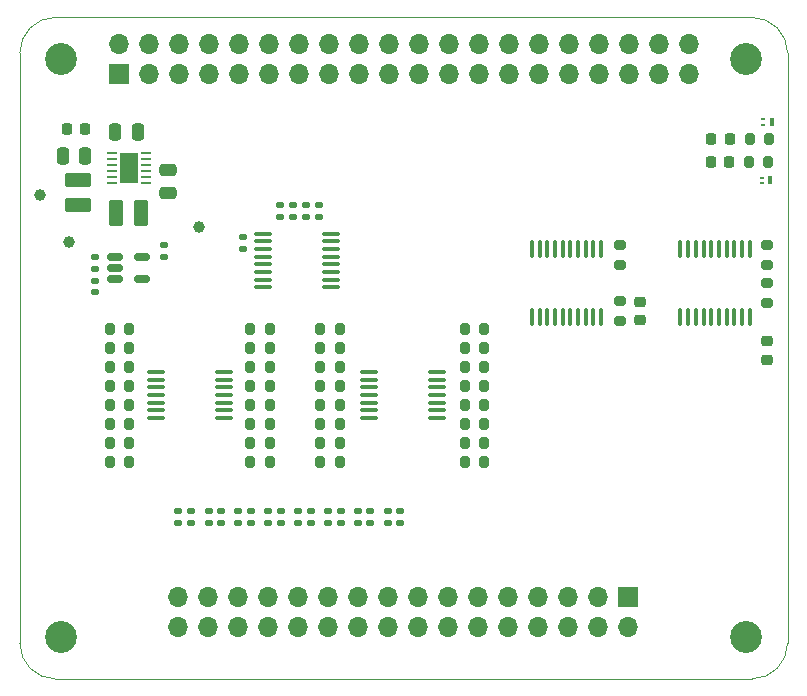
<source format=gts>
G04 #@! TF.GenerationSoftware,KiCad,Pcbnew,8.0.6-8.0.6-0~ubuntu22.04.1*
G04 #@! TF.CreationDate,2024-12-26T22:40:21+01:00*
G04 #@! TF.ProjectId,ohsim_hat,6f687369-6d5f-4686-9174-2e6b69636164,rev?*
G04 #@! TF.SameCoordinates,Original*
G04 #@! TF.FileFunction,Soldermask,Top*
G04 #@! TF.FilePolarity,Negative*
%FSLAX46Y46*%
G04 Gerber Fmt 4.6, Leading zero omitted, Abs format (unit mm)*
G04 Created by KiCad (PCBNEW 8.0.6-8.0.6-0~ubuntu22.04.1) date 2024-12-26 22:40:21*
%MOMM*%
%LPD*%
G01*
G04 APERTURE LIST*
G04 Aperture macros list*
%AMRoundRect*
0 Rectangle with rounded corners*
0 $1 Rounding radius*
0 $2 $3 $4 $5 $6 $7 $8 $9 X,Y pos of 4 corners*
0 Add a 4 corners polygon primitive as box body*
4,1,4,$2,$3,$4,$5,$6,$7,$8,$9,$2,$3,0*
0 Add four circle primitives for the rounded corners*
1,1,$1+$1,$2,$3*
1,1,$1+$1,$4,$5*
1,1,$1+$1,$6,$7*
1,1,$1+$1,$8,$9*
0 Add four rect primitives between the rounded corners*
20,1,$1+$1,$2,$3,$4,$5,0*
20,1,$1+$1,$4,$5,$6,$7,0*
20,1,$1+$1,$6,$7,$8,$9,0*
20,1,$1+$1,$8,$9,$2,$3,0*%
G04 Aperture macros list end*
%ADD10C,2.700000*%
%ADD11RoundRect,0.200000X0.200000X0.275000X-0.200000X0.275000X-0.200000X-0.275000X0.200000X-0.275000X0*%
%ADD12RoundRect,0.135000X-0.185000X0.135000X-0.185000X-0.135000X0.185000X-0.135000X0.185000X0.135000X0*%
%ADD13RoundRect,0.200000X-0.200000X-0.275000X0.200000X-0.275000X0.200000X0.275000X-0.200000X0.275000X0*%
%ADD14C,1.000000*%
%ADD15RoundRect,0.140000X0.170000X-0.140000X0.170000X0.140000X-0.170000X0.140000X-0.170000X-0.140000X0*%
%ADD16RoundRect,0.250000X-0.475000X0.250000X-0.475000X-0.250000X0.475000X-0.250000X0.475000X0.250000X0*%
%ADD17RoundRect,0.100000X-0.637500X-0.100000X0.637500X-0.100000X0.637500X0.100000X-0.637500X0.100000X0*%
%ADD18R,0.400000X0.250000*%
%ADD19R,0.400000X0.700000*%
%ADD20RoundRect,0.100000X-0.100000X0.637500X-0.100000X-0.637500X0.100000X-0.637500X0.100000X0.637500X0*%
%ADD21RoundRect,0.150000X-0.512500X-0.150000X0.512500X-0.150000X0.512500X0.150000X-0.512500X0.150000X0*%
%ADD22RoundRect,0.200000X0.275000X-0.200000X0.275000X0.200000X-0.275000X0.200000X-0.275000X-0.200000X0*%
%ADD23RoundRect,0.250000X-0.250000X-0.475000X0.250000X-0.475000X0.250000X0.475000X-0.250000X0.475000X0*%
%ADD24RoundRect,0.135000X0.185000X-0.135000X0.185000X0.135000X-0.185000X0.135000X-0.185000X-0.135000X0*%
%ADD25RoundRect,0.250000X-0.850000X0.375000X-0.850000X-0.375000X0.850000X-0.375000X0.850000X0.375000X0*%
%ADD26RoundRect,0.200000X-0.275000X0.200000X-0.275000X-0.200000X0.275000X-0.200000X0.275000X0.200000X0*%
%ADD27RoundRect,0.218750X0.218750X0.256250X-0.218750X0.256250X-0.218750X-0.256250X0.218750X-0.256250X0*%
%ADD28RoundRect,0.062500X0.375000X0.062500X-0.375000X0.062500X-0.375000X-0.062500X0.375000X-0.062500X0*%
%ADD29R,1.500000X2.500000*%
%ADD30RoundRect,0.225000X0.250000X-0.225000X0.250000X0.225000X-0.250000X0.225000X-0.250000X-0.225000X0*%
%ADD31RoundRect,0.250000X0.250000X0.475000X-0.250000X0.475000X-0.250000X-0.475000X0.250000X-0.475000X0*%
%ADD32R,1.700000X1.700000*%
%ADD33O,1.700000X1.700000*%
%ADD34RoundRect,0.140000X-0.170000X0.140000X-0.170000X-0.140000X0.170000X-0.140000X0.170000X0.140000X0*%
%ADD35RoundRect,0.225000X-0.250000X0.225000X-0.250000X-0.225000X0.250000X-0.225000X0.250000X0.225000X0*%
%ADD36RoundRect,0.225000X0.225000X0.250000X-0.225000X0.250000X-0.225000X-0.250000X0.225000X-0.250000X0*%
%ADD37RoundRect,0.250000X-0.375000X-0.850000X0.375000X-0.850000X0.375000X0.850000X-0.375000X0.850000X0*%
G04 #@! TA.AperFunction,Profile*
%ADD38C,0.100000*%
G04 #@! TD*
G04 APERTURE END LIST*
D10*
X161500000Y-47500000D03*
D11*
X127088600Y-71994685D03*
X125438600Y-71994685D03*
D12*
X124638000Y-85774000D03*
X124638000Y-86794000D03*
D13*
X119495000Y-75216855D03*
X121145000Y-75216855D03*
D14*
X115138400Y-61747600D03*
D15*
X118897600Y-63584685D03*
X118897600Y-62624685D03*
X106400800Y-67256800D03*
X106400800Y-66296800D03*
D16*
X112547600Y-56936800D03*
X112547600Y-58836800D03*
D13*
X107602200Y-73605770D03*
X109252200Y-73605770D03*
X125438600Y-73605770D03*
X127088600Y-73605770D03*
D11*
X139331400Y-73605770D03*
X137681400Y-73605770D03*
X109252200Y-71994685D03*
X107602200Y-71994685D03*
X127088600Y-78439025D03*
X125438600Y-78439025D03*
D17*
X111564700Y-74021600D03*
X111564700Y-74671600D03*
X111564700Y-75321600D03*
X111564700Y-75971600D03*
X111564700Y-76621600D03*
X111564700Y-77271600D03*
X111564700Y-77921600D03*
X117289700Y-77921600D03*
X117289700Y-77271600D03*
X117289700Y-76621600D03*
X117289700Y-75971600D03*
X117289700Y-75321600D03*
X117289700Y-74671600D03*
X117289700Y-74021600D03*
D11*
X121145000Y-70383600D03*
X119495000Y-70383600D03*
D15*
X121031200Y-86764000D03*
X121031200Y-85804000D03*
D13*
X137681400Y-71994685D03*
X139331400Y-71994685D03*
D15*
X115976800Y-86764000D03*
X115976800Y-85804000D03*
D18*
X162845200Y-57560200D03*
X162845200Y-58010200D03*
D19*
X163545200Y-57785200D03*
D13*
X125438600Y-76827940D03*
X127088600Y-76827940D03*
D11*
X139331400Y-76827940D03*
X137681400Y-76827940D03*
D13*
X137681400Y-81661200D03*
X139331400Y-81661200D03*
D12*
X127178000Y-85774000D03*
X127178000Y-86794000D03*
D15*
X114528800Y-86764000D03*
X114528800Y-85804000D03*
D13*
X137681400Y-75216855D03*
X139331400Y-75216855D03*
D20*
X161787400Y-63631600D03*
X161137400Y-63631600D03*
X160487400Y-63631600D03*
X159837400Y-63631600D03*
X159187400Y-63631600D03*
X158537400Y-63631600D03*
X157887400Y-63631600D03*
X157237400Y-63631600D03*
X156587400Y-63631600D03*
X155937400Y-63631600D03*
X155937400Y-69356600D03*
X156587400Y-69356600D03*
X157237400Y-69356600D03*
X157887400Y-69356600D03*
X158537400Y-69356600D03*
X159187400Y-69356600D03*
X159837400Y-69356600D03*
X160487400Y-69356600D03*
X161137400Y-69356600D03*
X161787400Y-69356600D03*
D12*
X132207200Y-85774000D03*
X132207200Y-86794000D03*
D11*
X109271800Y-78439025D03*
X107621800Y-78439025D03*
D15*
X126111200Y-86764000D03*
X126111200Y-85804000D03*
D20*
X149203800Y-63631600D03*
X148553800Y-63631600D03*
X147903800Y-63631600D03*
X147253800Y-63631600D03*
X146603800Y-63631600D03*
X145953800Y-63631600D03*
X145303800Y-63631600D03*
X144653800Y-63631600D03*
X144003800Y-63631600D03*
X143353800Y-63631600D03*
X143353800Y-69356600D03*
X144003800Y-69356600D03*
X144653800Y-69356600D03*
X145303800Y-69356600D03*
X145953800Y-69356600D03*
X146603800Y-69356600D03*
X147253800Y-69356600D03*
X147903800Y-69356600D03*
X148553800Y-69356600D03*
X149203800Y-69356600D03*
D15*
X123571200Y-86764000D03*
X123571200Y-85804000D03*
D12*
X117043600Y-85774000D03*
X117043600Y-86794000D03*
D14*
X101727200Y-59055200D03*
D21*
X108057300Y-64288700D03*
X108057300Y-65238700D03*
X108057300Y-66188700D03*
X110332300Y-66188700D03*
X110332300Y-64288700D03*
D13*
X125438600Y-70383600D03*
X127088600Y-70383600D03*
D18*
X162946800Y-52632600D03*
X162946800Y-53082600D03*
D19*
X163646800Y-52857600D03*
D11*
X109271800Y-81661200D03*
X107621800Y-81661200D03*
D12*
X129667200Y-85774000D03*
X129667200Y-86794000D03*
D22*
X163296800Y-64960200D03*
X163296800Y-63310200D03*
D11*
X139331400Y-70383600D03*
X137681400Y-70383600D03*
D23*
X108092400Y-53670400D03*
X109992400Y-53670400D03*
D13*
X107621800Y-76827940D03*
X109271800Y-76827940D03*
D10*
X103500000Y-96500000D03*
D13*
X161811400Y-54330800D03*
X163461400Y-54330800D03*
D17*
X120601500Y-62301800D03*
X120601500Y-62951800D03*
X120601500Y-63601800D03*
X120601500Y-64251800D03*
X120601500Y-64901800D03*
X120601500Y-65551800D03*
X120601500Y-66201800D03*
X120601500Y-66851800D03*
X126326500Y-66851800D03*
X126326500Y-66201800D03*
X126326500Y-65551800D03*
X126326500Y-64901800D03*
X126326500Y-64251800D03*
X126326500Y-63601800D03*
X126326500Y-62951800D03*
X126326500Y-62301800D03*
D10*
X103500000Y-47500000D03*
D17*
X129564700Y-74021600D03*
X129564700Y-74671600D03*
X129564700Y-75321600D03*
X129564700Y-75971600D03*
X129564700Y-76621600D03*
X129564700Y-77271600D03*
X129564700Y-77921600D03*
X135289700Y-77921600D03*
X135289700Y-77271600D03*
X135289700Y-76621600D03*
X135289700Y-75971600D03*
X135289700Y-75321600D03*
X135289700Y-74671600D03*
X135289700Y-74021600D03*
D15*
X128600400Y-86764000D03*
X128600400Y-85804000D03*
D24*
X123164000Y-60886800D03*
X123164000Y-59866800D03*
D25*
X104927600Y-57726200D03*
X104927600Y-59876200D03*
D11*
X139331400Y-80050110D03*
X137681400Y-80050110D03*
D26*
X163296800Y-66510600D03*
X163296800Y-68160600D03*
D24*
X125364000Y-60886800D03*
X125364000Y-59866800D03*
D27*
X160071100Y-56210400D03*
X158496100Y-56210400D03*
X160121900Y-54330800D03*
X158546900Y-54330800D03*
D13*
X107621800Y-80050110D03*
X109271800Y-80050110D03*
X119495000Y-78439025D03*
X121145000Y-78439025D03*
X161709800Y-56210400D03*
X163359800Y-56210400D03*
D26*
X150800000Y-68021600D03*
X150800000Y-69671600D03*
D28*
X110683100Y-58019200D03*
X110683100Y-57519200D03*
X110683100Y-57019200D03*
X110683100Y-56519200D03*
X110683100Y-56019200D03*
X110683100Y-55519200D03*
X107808100Y-55519200D03*
X107808100Y-56019200D03*
X107808100Y-56519200D03*
X107808100Y-57019200D03*
X107808100Y-57519200D03*
X107808100Y-58019200D03*
D29*
X109245600Y-56769200D03*
D15*
X131191200Y-86764000D03*
X131191200Y-85804000D03*
D12*
X119558000Y-85774000D03*
X119558000Y-86794000D03*
D13*
X125438600Y-80050110D03*
X127088600Y-80050110D03*
D24*
X122064000Y-60886800D03*
X122064000Y-59866800D03*
D30*
X163296800Y-72987400D03*
X163296800Y-71437400D03*
D13*
X107602200Y-70383600D03*
X109252200Y-70383600D03*
D31*
X105522000Y-55702400D03*
X103622000Y-55702400D03*
D11*
X127088600Y-75216855D03*
X125438600Y-75216855D03*
D13*
X137681400Y-78439025D03*
X139331400Y-78439025D03*
D10*
X161500000Y-96500000D03*
D32*
X151500000Y-93060000D03*
D33*
X151500000Y-95600000D03*
X148960000Y-93060000D03*
X148960000Y-95600000D03*
X146420000Y-93060000D03*
X146420000Y-95600000D03*
X143880000Y-93060000D03*
X143880000Y-95600000D03*
X141340000Y-93060000D03*
X141340000Y-95600000D03*
X138800000Y-93060000D03*
X138800000Y-95600000D03*
X136260000Y-93060000D03*
X136260000Y-95600000D03*
X133720000Y-93060000D03*
X133720000Y-95600000D03*
X131180000Y-93060000D03*
X131180000Y-95600000D03*
X128640000Y-93060000D03*
X128640000Y-95600000D03*
X126100000Y-93060000D03*
X126100000Y-95600000D03*
X123560000Y-93060000D03*
X123560000Y-95600000D03*
X121020000Y-93060000D03*
X121020000Y-95600000D03*
X118480000Y-93060000D03*
X118480000Y-95600000D03*
X115940000Y-93060000D03*
X115940000Y-95600000D03*
X113400000Y-93060000D03*
X113400000Y-95600000D03*
D11*
X121145000Y-76827940D03*
X119495000Y-76827940D03*
D12*
X122098000Y-85774000D03*
X122098000Y-86794000D03*
D13*
X119495000Y-81661200D03*
X121145000Y-81661200D03*
D15*
X112242800Y-64259600D03*
X112242800Y-63299600D03*
D34*
X106400800Y-64315600D03*
X106400800Y-65275600D03*
D15*
X118491200Y-86764000D03*
X118491200Y-85804000D03*
D35*
X152476400Y-68071600D03*
X152476400Y-69621600D03*
D14*
X104165600Y-63017600D03*
D12*
X113411200Y-85774000D03*
X113411200Y-86794000D03*
D13*
X119495000Y-71994685D03*
X121145000Y-71994685D03*
D36*
X105550200Y-53416400D03*
X104000200Y-53416400D03*
D11*
X121145000Y-80050110D03*
X119495000Y-80050110D03*
D37*
X108119800Y-60528400D03*
X110269800Y-60528400D03*
D11*
X121145000Y-73605770D03*
X119495000Y-73605770D03*
X127088600Y-81661200D03*
X125438600Y-81661200D03*
D24*
X124264000Y-60886800D03*
X124264000Y-59866800D03*
D11*
X109252200Y-75216855D03*
X107602200Y-75216855D03*
D22*
X150800000Y-64947200D03*
X150800000Y-63297200D03*
D32*
X108370000Y-48780000D03*
D33*
X108370000Y-46240000D03*
X110910000Y-48780000D03*
X110910000Y-46240000D03*
X113450000Y-48780000D03*
X113450000Y-46240000D03*
X115990000Y-48780000D03*
X115990000Y-46240000D03*
X118530000Y-48780000D03*
X118530000Y-46240000D03*
X121070000Y-48780000D03*
X121070000Y-46240000D03*
X123610000Y-48780000D03*
X123610000Y-46240000D03*
X126150000Y-48780000D03*
X126150000Y-46240000D03*
X128690000Y-48780000D03*
X128690000Y-46240000D03*
X131230000Y-48780000D03*
X131230000Y-46240000D03*
X133770000Y-48780000D03*
X133770000Y-46240000D03*
X136310000Y-48780000D03*
X136310000Y-46240000D03*
X138850000Y-48780000D03*
X138850000Y-46240000D03*
X141390000Y-48780000D03*
X141390000Y-46240000D03*
X143930000Y-48780000D03*
X143930000Y-46240000D03*
X146470000Y-48780000D03*
X146470000Y-46240000D03*
X149010000Y-48780000D03*
X149010000Y-46240000D03*
X151550000Y-48780000D03*
X151550000Y-46240000D03*
X154090000Y-48780000D03*
X154090000Y-46240000D03*
X156630000Y-48780000D03*
X156630000Y-46240000D03*
D38*
X162000000Y-44000000D02*
G75*
G02*
X165000000Y-47000000I0J-3000000D01*
G01*
X165000000Y-97000000D02*
X165000000Y-47000000D01*
X100000000Y-47000000D02*
X100000000Y-81000000D01*
X103000000Y-100000000D02*
G75*
G02*
X100000000Y-97000000I0J3000000D01*
G01*
X103000000Y-100000000D02*
X162000000Y-100000000D01*
X165000000Y-97000000D02*
G75*
G02*
X162000000Y-100000000I-3000000J0D01*
G01*
X100000000Y-47000000D02*
G75*
G02*
X103000000Y-44000000I3000000J0D01*
G01*
X100000000Y-81000000D02*
X100000000Y-97000000D01*
X162000000Y-44000000D02*
X103000000Y-44000000D01*
M02*

</source>
